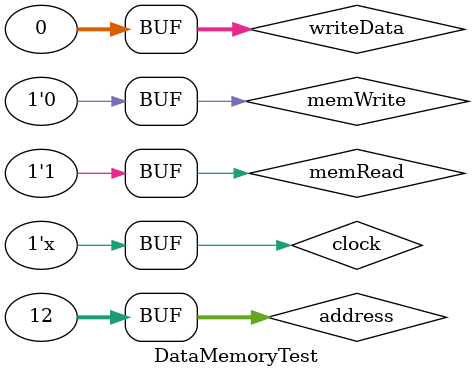
<source format=v>
`timescale 1ns / 1ps

module DataMemoryTest;

	// Inputs
	reg clock;
	reg [31:0] address;
	reg [31:0] writeData;
	reg memWrite;
	reg memRead;

	// Outputs
	wire [31:0] readData;

	// Instantiate the Unit Under Test (UUT)
	DataMemory uut (
		.clock(clock), 
		.address(address), 
		.writeData(writeData), 
		.memWrite(memWrite), 
		.memRead(memRead), 
		.readData(readData)
	);

	initial begin
	
		clock = 0;

		address = 32'b0000_0000_0000_0000_0000_0000_0001_0001;          //17
		writeData = 0;
		memWrite =  0;
		memRead =   1;

		#100;
		address   = 32'b0000_0000_0000_0000_0000_0000_0000_1010; 	 //10
		writeData = 32'b0000_0000_0000_0000_0000_0000_0000_0111; 	//7
		memWrite  = 1;
		memRead   = 1;
		
		#100;
		
		address   = 32'b0000_0000_0000_0000_0000_0000_0000_1100; 	//12
		writeData = 32'b0000_0000_0000_0000_0000_0000_0001_0111;   //23
		memWrite  = 0;
		memRead   = 1;
		
		#100;
				
		address   = 32'b0000_0000_0000_0000_0000_0000_0000_1111; 	 //15
		writeData = 32'b0000_0000_0000_0000_0000_0000_0000_1010; 	//10
		memWrite  = 1;
		memRead   = 0;
		
		#100;
				
		address   = 32'b0000_0000_0000_0000_0000_0000_0000_1100;    //12
		writeData = 32'b0000_0000_0000_0000_0000_0000_0000_0000;
		memWrite  = 0;
		memRead   = 1;
        
	end

	always #50 clock = ~clock;
      
endmodule

</source>
